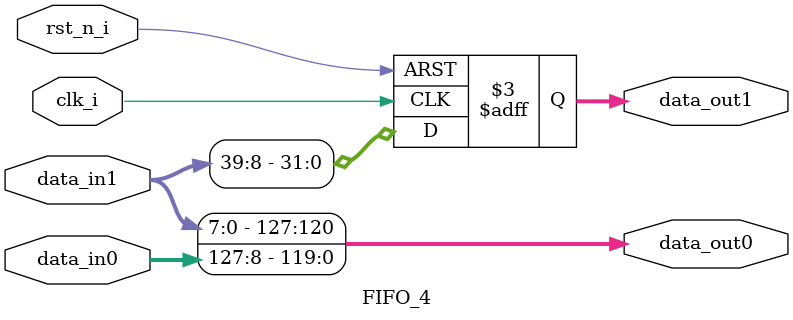
<source format=v>
module FIFO_4 (
    input               clk_i    ,
    input               rst_n_i  ,
    input  wire [127:0] data_in0 ,
    input  wire [ 39:0] data_in1 ,
    output wire [127:0] data_out0,
    output reg  [ 31:0] data_out1
);

    always@(posedge clk_i or negedge rst_n_i)
        begin
            if(!rst_n_i)
                begin
                    data_out1 <= 0;
                end
            else
                begin
                    data_out1 <= data_in1[39:8];
                end
        end

    assign data_out0 = { data_in1[7:0] , data_in0[127:8] };

endmodule

</source>
